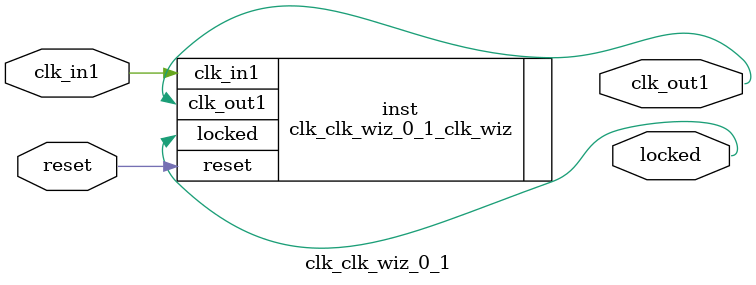
<source format=v>


`timescale 1ps/1ps

(* CORE_GENERATION_INFO = "clk_clk_wiz_0_1,clk_wiz_v5_3_0,{component_name=clk_clk_wiz_0_1,use_phase_alignment=true,use_min_o_jitter=false,use_max_i_jitter=false,use_dyn_phase_shift=false,use_inclk_switchover=false,use_dyn_reconfig=false,enable_axi=0,feedback_source=FDBK_AUTO,PRIMITIVE=MMCM,num_out_clk=1,clkin1_period=10.0,clkin2_period=10.0,use_power_down=false,use_reset=true,use_locked=true,use_inclk_stopped=false,feedback_type=SINGLE,CLOCK_MGR_TYPE=NA,manual_override=false}" *)

module clk_clk_wiz_0_1 
 (
 // Clock in ports
  input         clk_in1,
  // Clock out ports
  output        clk_out1,
  // Status and control signals
  input         reset,
  output        locked
 );

  clk_clk_wiz_0_1_clk_wiz inst
  (
 // Clock in ports
  .clk_in1(clk_in1),
  // Clock out ports  
  .clk_out1(clk_out1),
  // Status and control signals               
  .reset(reset), 
  .locked(locked)            
  );

endmodule

</source>
